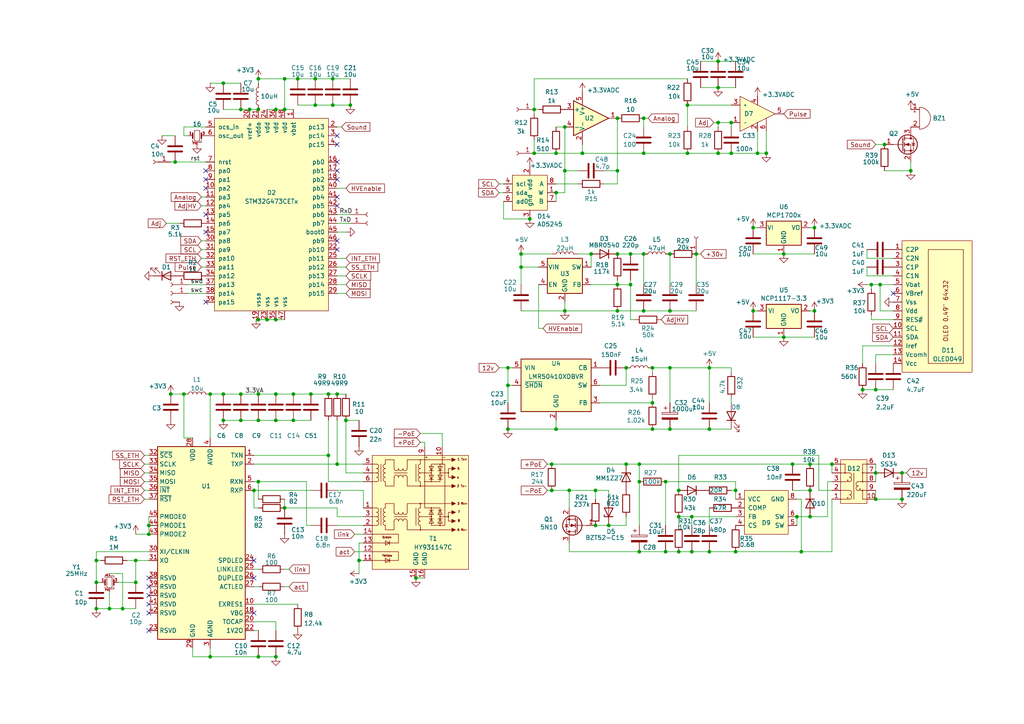
<source format=kicad_sch>
(kicad_sch (version 20250114) (generator "eeschema") (generator_version "9.0")
  (paper "A4")
  (junction (at 208.28 44.45))
  (junction (at 60.96 190.5))
  (junction (at 60.96 114.3))
  (junction (at 179.07 82.55))
  (junction (at 172.72 142.24))
  (junction (at 193.04 160.02))
  (junction (at 72.39 31.75))
  (junction (at 261.62 137.16))
  (junction (at 151.13 77.47))
  (junction (at 43.18 154.94))
  (junction (at 218.44 90.17))
  (junction (at 213.36 142.24))
  (junction (at 205.74 124.46))
  (junction (at 96.52 30.48))
  (junction (at 91.44 30.48))
  (junction (at 95.25 114.3))
  (junction (at 185.42 160.02))
  (junction (at 163.83 49.53))
  (junction (at 254 144.78))
  (junction (at 222.25 44.45))
  (junction (at 100.33 121.92))
  (junction (at 179.07 90.17))
  (junction (at 205.74 160.02))
  (junction (at 74.93 190.5))
  (junction (at 160.02 142.24))
  (junction (at 74.93 121.92))
  (junction (at 96.52 22.86))
  (junction (at 236.22 66.04))
  (junction (at 199.39 44.45))
  (junction (at 185.42 139.7))
  (junction (at 234.95 142.24))
  (junction (at 80.01 114.3))
  (junction (at 161.29 55.88))
  (junction (at 161.29 124.46))
  (junction (at 69.85 31.75))
  (junction (at 196.85 142.24))
  (junction (at 160.02 134.62))
  (junction (at 74.93 31.75))
  (junction (at 229.87 134.62))
  (junction (at 171.45 73.66))
  (junction (at 147.32 111.76))
  (junction (at 85.09 114.3))
  (junction (at 147.32 106.68))
  (junction (at 80.01 31.75))
  (junction (at 193.04 139.7))
  (junction (at 154.94 44.45))
  (junction (at 53.34 114.3))
  (junction (at 35.56 176.53))
  (junction (at 82.55 147.32))
  (junction (at 97.79 134.62))
  (junction (at 165.1 142.24))
  (junction (at 80.01 92.71))
  (junction (at 232.41 160.02))
  (junction (at 179.07 73.66))
  (junction (at 194.31 90.17))
  (junction (at 69.85 114.3))
  (junction (at 196.85 149.86))
  (junction (at 64.77 121.92))
  (junction (at 254 137.16))
  (junction (at 69.85 121.92))
  (junction (at 31.75 176.53))
  (junction (at 194.31 124.46))
  (junction (at 182.88 73.66))
  (junction (at 199.39 30.48))
  (junction (at 186.69 73.66))
  (junction (at 77.47 92.71))
  (junction (at 186.69 90.17))
  (junction (at 74.93 139.7))
  (junction (at 154.94 31.75))
  (junction (at 74.93 114.3))
  (junction (at 49.53 114.3))
  (junction (at 227.33 97.79))
  (junction (at 236.22 90.17))
  (junction (at 196.85 160.02))
  (junction (at 64.77 24.13))
  (junction (at 241.3 134.62))
  (junction (at 185.42 134.62))
  (junction (at 80.01 121.92))
  (junction (at 176.53 152.4))
  (junction (at 227.33 73.66))
  (junction (at 208.28 25.4))
  (junction (at 212.09 44.45))
  (junction (at 80.01 190.5))
  (junction (at 189.23 106.68))
  (junction (at 250.19 113.03))
  (junction (at 252.73 82.55))
  (junction (at 120.65 167.64))
  (junction (at 74.93 92.71))
  (junction (at 90.17 114.3))
  (junction (at 163.83 90.17))
  (junction (at 186.69 44.45))
  (junction (at 234.95 134.62))
  (junction (at 234.95 149.86))
  (junction (at 218.44 66.04))
  (junction (at 168.91 44.45))
  (junction (at 181.61 106.68))
  (junction (at 43.18 152.4))
  (junction (at 189.23 124.46))
  (junction (at 151.13 73.66))
  (junction (at 194.31 106.68))
  (junction (at 73.66 142.24))
  (junction (at 74.93 22.86))
  (junction (at 101.6 30.48))
  (junction (at 208.28 35.56))
  (junction (at 50.8 46.99))
  (junction (at 27.94 162.56))
  (junction (at 82.55 22.86))
  (junction (at 256.54 41.91))
  (junction (at 86.36 22.86))
  (junction (at 85.09 121.92))
  (junction (at 153.67 63.5))
  (junction (at 205.74 106.68))
  (junction (at 161.29 44.45))
  (junction (at 104.14 162.56))
  (junction (at 231.14 149.86))
  (junction (at 95.25 132.08))
  (junction (at 163.83 36.83))
  (junction (at 200.66 160.02))
  (junction (at 181.61 134.62))
  (junction (at 219.71 44.45))
  (junction (at 212.09 35.56))
  (junction (at 91.44 22.86))
  (junction (at 194.31 73.66))
  (junction (at 255.27 82.55))
  (junction (at 261.62 144.78))
  (junction (at 182.88 82.55))
  (junction (at 82.55 31.75))
  (junction (at 186.69 34.29))
  (junction (at 200.66 149.86))
  (junction (at 179.07 34.29))
  (junction (at 201.93 73.66))
  (junction (at 27.94 176.53))
  (junction (at 39.37 162.56))
  (junction (at 213.36 160.02))
  (junction (at 179.07 49.53))
  (junction (at 264.16 49.53))
  (junction (at 27.94 168.91))
  (junction (at 172.72 152.4))
  (junction (at 189.23 116.84))
  (junction (at 97.79 114.3))
  (junction (at 254 113.03))
  (junction (at 147.32 124.46))
  (junction (at 208.28 17.78))
  (junction (at 64.77 114.3))
  (junction (at 39.37 168.91))
  (no_connect (at 97.79 59.69))
  (no_connect (at 59.69 87.63))
  (no_connect (at 59.69 54.61))
  (no_connect (at 43.18 172.72))
  (no_connect (at 73.66 177.8))
  (no_connect (at 97.79 46.99))
  (no_connect (at 73.66 162.56))
  (no_connect (at 97.79 69.85))
  (no_connect (at 43.18 182.88))
  (no_connect (at 259.08 85.09))
  (no_connect (at 73.66 167.64))
  (no_connect (at 59.69 62.23))
  (no_connect (at 97.79 41.91))
  (no_connect (at 43.18 177.8))
  (no_connect (at 59.69 49.53))
  (no_connect (at 97.79 57.15))
  (no_connect (at 59.69 67.31))
  (no_connect (at 43.18 175.26))
  (no_connect (at 97.79 72.39))
  (no_connect (at 43.18 167.64))
  (no_connect (at 43.18 170.18))
  (no_connect (at 59.69 52.07))
  (no_connect (at 97.79 52.07))
  (no_connect (at 97.79 49.53))
  (no_connect (at 97.79 39.37))
  (wire (pts (xy 95.25 114.3) (xy 97.79 114.3)))
  (wire (pts (xy 73.66 180.34) (xy 80.01 180.34)))
  (wire (pts (xy 73.66 132.08) (xy 95.25 132.08)))
  (wire (pts (xy 97.79 152.4) (xy 105.41 152.4)))
  (wire (pts (xy 97.79 80.01) (xy 100.33 80.01)))
  (wire (pts (xy 60.96 24.13) (xy 64.77 24.13)))
  (wire (pts (xy 196.85 160.02) (xy 200.66 160.02)))
  (wire (pts (xy 252.73 82.55) (xy 252.73 83.82)))
  (wire (pts (xy 222.25 44.45) (xy 219.71 44.45)))
  (wire (pts (xy 147.32 124.46) (xy 161.29 124.46)))
  (wire (pts (xy 64.77 114.3) (xy 69.85 114.3)))
  (wire (pts (xy 147.32 111.76) (xy 148.59 111.76)))
  (wire (pts (xy 264.16 49.53) (xy 264.16 46.99)))
  (wire (pts (xy 82.55 31.75) (xy 85.09 31.75)))
  (wire (pts (xy 241.3 144.78) (xy 241.3 160.02)))
  (wire (pts (xy 31.75 176.53) (xy 35.56 176.53)))
  (wire (pts (xy 97.79 67.31) (xy 100.33 67.31)))
  (wire (pts (xy 69.85 114.3) (xy 74.93 114.3)))
  (wire (pts (xy 213.36 160.02) (xy 232.41 160.02)))
  (wire (pts (xy 194.31 106.68) (xy 205.74 106.68)))
  (wire (pts (xy 105.41 139.7) (xy 95.25 139.7)))
  (wire (pts (xy 60.96 187.96) (xy 60.96 190.5)))
  (wire (pts (xy 179.07 82.55) (xy 171.45 82.55)))
  (wire (pts (xy 212.09 142.24) (xy 213.36 142.24)))
  (wire (pts (xy 179.07 73.66) (xy 182.88 73.66)))
  (wire (pts (xy 100.33 121.92) (xy 104.14 121.92)))
  (wire (pts (xy 46.99 39.37) (xy 50.8 39.37)))
  (wire (pts (xy 254 102.87) (xy 254 105.41)))
  (wire (pts (xy 73.66 175.26) (xy 86.36 175.26)))
  (wire (pts (xy 205.74 124.46) (xy 212.09 124.46)))
  (wire (pts (xy 73.66 134.62) (xy 97.79 134.62)))
  (wire (pts (xy 123.19 129.54) (xy 123.19 128.27)))
  (wire (pts (xy 96.52 30.48) (xy 101.6 30.48)))
  (wire (pts (xy 58.42 59.69) (xy 59.69 59.69)))
  (wire (pts (xy 163.83 87.63) (xy 163.83 90.17)))
  (wire (pts (xy 86.36 30.48) (xy 91.44 30.48)))
  (wire (pts (xy 41.91 144.78) (xy 43.18 144.78)))
  (wire (pts (xy 205.74 147.32) (xy 205.74 152.4)))
  (wire (pts (xy 171.45 73.66) (xy 167.64 73.66)))
  (wire (pts (xy 255.27 90.17) (xy 259.08 90.17)))
  (wire (pts (xy 73.66 182.88) (xy 74.93 182.88)))
  (wire (pts (xy 163.83 49.53) (xy 167.64 49.53)))
  (wire (pts (xy 80.01 190.5) (xy 74.93 190.5)))
  (wire (pts (xy 97.79 54.61) (xy 100.33 54.61)))
  (wire (pts (xy 172.72 144.78) (xy 172.72 142.24)))
  (wire (pts (xy 156.21 95.25) (xy 157.48 95.25)))
  (wire (pts (xy 181.61 111.76) (xy 181.61 106.68)))
  (wire (pts (xy 27.94 160.02) (xy 43.18 160.02)))
  (wire (pts (xy 186.69 44.45) (xy 199.39 44.45)))
  (wire (pts (xy 218.44 73.66) (xy 227.33 73.66)))
  (wire (pts (xy 64.77 31.75) (xy 69.85 31.75)))
  (wire (pts (xy 158.75 134.62) (xy 160.02 134.62)))
  (wire (pts (xy 250.19 100.33) (xy 250.19 105.41)))
  (wire (pts (xy 229.87 142.24) (xy 234.95 142.24)))
  (wire (pts (xy 163.83 55.88) (xy 161.29 55.88)))
  (wire (pts (xy 199.39 44.45) (xy 208.28 44.45)))
  (wire (pts (xy 49.53 46.99) (xy 50.8 46.99)))
  (wire (pts (xy 41.91 134.62) (xy 43.18 134.62)))
  (wire (pts (xy 31.75 166.37) (xy 35.56 166.37)))
  (wire (pts (xy 82.55 22.86) (xy 86.36 22.86)))
  (wire (pts (xy 55.88 190.5) (xy 55.88 187.96)))
  (wire (pts (xy 59.69 36.83) (xy 53.34 36.83)))
  (wire (pts (xy 208.28 17.78) (xy 213.36 17.78)))
  (wire (pts (xy 240.03 139.7) (xy 240.03 149.86)))
  (wire (pts (xy 208.28 35.56) (xy 212.09 35.56)))
  (wire (pts (xy 218.44 97.79) (xy 227.33 97.79)))
  (wire (pts (xy 77.47 31.75) (xy 80.01 31.75)))
  (wire (pts (xy 97.79 77.47) (xy 100.33 77.47)))
  (wire (pts (xy 252.73 82.55) (xy 255.27 82.55)))
  (wire (pts (xy 85.09 121.92) (xy 90.17 121.92)))
  (wire (pts (xy 82.55 144.78) (xy 82.55 147.32)))
  (wire (pts (xy 74.93 139.7) (xy 88.9 139.7)))
  (wire (pts (xy 27.94 160.02) (xy 27.94 162.56)))
  (wire (pts (xy 261.62 137.16) (xy 262.89 137.16)))
  (wire (pts (xy 254 142.24) (xy 254 144.78)))
  (wire (pts (xy 151.13 90.17) (xy 163.83 90.17)))
  (wire (pts (xy 27.94 162.56) (xy 27.94 168.91)))
  (wire (pts (xy 120.65 167.64) (xy 123.19 167.64)))
  (wire (pts (xy 73.66 139.7) (xy 74.93 139.7)))
  (wire (pts (xy 251.46 74.93) (xy 251.46 72.39)))
  (wire (pts (xy 185.42 134.62) (xy 229.87 134.62)))
  (wire (pts (xy 151.13 77.47) (xy 156.21 77.47)))
  (wire (pts (xy 58.42 69.85) (xy 59.69 69.85)))
  (wire (pts (xy 161.29 121.92) (xy 161.29 124.46)))
  (wire (pts (xy 82.55 22.86) (xy 82.55 31.75)))
  (wire (pts (xy 182.88 73.66) (xy 186.69 73.66)))
  (wire (pts (xy 104.14 162.56) (xy 105.41 162.56)))
  (wire (pts (xy 254 41.91) (xy 256.54 41.91)))
  (wire (pts (xy 90.17 114.3) (xy 95.25 114.3)))
  (wire (pts (xy 97.79 121.92) (xy 97.79 134.62)))
  (wire (pts (xy 97.79 149.86) (xy 97.79 147.32)))
  (wire (pts (xy 58.42 74.93) (xy 59.69 74.93)))
  (wire (pts (xy 194.31 90.17) (xy 201.93 90.17)))
  (wire (pts (xy 72.39 31.75) (xy 74.93 31.75)))
  (wire (pts (xy 31.75 171.45) (xy 31.75 176.53)))
  (wire (pts (xy 80.01 121.92) (xy 85.09 121.92)))
  (wire (pts (xy 49.53 114.3) (xy 53.34 114.3)))
  (wire (pts (xy 254 113.03) (xy 259.08 113.03)))
  (wire (pts (xy 147.32 106.68) (xy 148.59 106.68)))
  (wire (pts (xy 74.93 114.3) (xy 80.01 114.3)))
  (wire (pts (xy 222.25 38.1) (xy 222.25 44.45)))
  (wire (pts (xy 163.83 36.83) (xy 163.83 49.53)))
  (wire (pts (xy 160.02 134.62) (xy 181.61 134.62)))
  (wire (pts (xy 39.37 162.56) (xy 39.37 168.91)))
  (wire (pts (xy 219.71 38.1) (xy 219.71 44.45)))
  (wire (pts (xy 64.77 121.92) (xy 69.85 121.92)))
  (wire (pts (xy 154.94 44.45) (xy 161.29 44.45)))
  (wire (pts (xy 97.79 114.3) (xy 100.33 114.3)))
  (wire (pts (xy 128.27 125.73) (xy 128.27 129.54)))
  (wire (pts (xy 199.39 30.48) (xy 212.09 30.48)))
  (wire (pts (xy 189.23 116.84) (xy 189.23 115.57)))
  (wire (pts (xy 121.92 125.73) (xy 128.27 125.73)))
  (wire (pts (xy 196.85 152.4) (xy 196.85 149.86)))
  (wire (pts (xy 179.07 49.53) (xy 179.07 34.29)))
  (wire (pts (xy 218.44 90.17) (xy 219.71 90.17)))
  (wire (pts (xy 232.41 160.02) (xy 241.3 160.02)))
  (wire (pts (xy 146.05 63.5) (xy 153.67 63.5)))
  (wire (pts (xy 73.66 170.18) (xy 74.93 170.18)))
  (wire (pts (xy 80.01 31.75) (xy 82.55 31.75)))
  (wire (pts (xy 100.33 137.16) (xy 105.41 137.16)))
  (wire (pts (xy 74.93 92.71) (xy 77.47 92.71)))
  (wire (pts (xy 35.56 166.37) (xy 35.56 176.53)))
  (wire (pts (xy 173.99 111.76) (xy 181.61 111.76)))
  (wire (pts (xy 151.13 77.47) (xy 151.13 73.66)))
  (wire (pts (xy 168.91 44.45) (xy 186.69 44.45)))
  (wire (pts (xy 193.04 160.02) (xy 196.85 160.02)))
  (wire (pts (xy 97.79 134.62) (xy 105.41 134.62)))
  (wire (pts (xy 196.85 149.86) (xy 200.66 149.86)))
  (wire (pts (xy 74.295 92.71) (xy 74.93 92.71)))
  (wire (pts (xy 250.19 113.03) (xy 254 113.03)))
  (wire (pts (xy 205.74 106.68) (xy 212.09 106.68)))
  (wire (pts (xy 39.37 154.94) (xy 43.18 154.94)))
  (wire (pts (xy 151.13 73.66) (xy 160.02 73.66)))
  (wire (pts (xy 154.94 31.75) (xy 154.94 33.02)))
  (wire (pts (xy 41.91 139.7) (xy 43.18 139.7)))
  (wire (pts (xy 256.54 49.53) (xy 264.16 49.53)))
  (wire (pts (xy 97.79 36.83) (xy 99.06 36.83)))
  (wire (pts (xy 82.55 147.32) (xy 97.79 147.32)))
  (wire (pts (xy 97.79 142.24) (xy 105.41 142.24)))
  (wire (pts (xy 259.08 100.33) (xy 250.19 100.33)))
  (wire (pts (xy 161.29 44.45) (xy 168.91 44.45)))
  (wire (pts (xy 73.66 165.1) (xy 74.93 165.1)))
  (wire (pts (xy 91.44 22.86) (xy 96.52 22.86)))
  (wire (pts (xy 203.2 25.4) (xy 208.28 25.4)))
  (wire (pts (xy 251.46 82.55) (xy 252.73 82.55)))
  (wire (pts (xy 77.47 92.71) (xy 80.01 92.71)))
  (wire (pts (xy 64.77 24.13) (xy 69.85 24.13)))
  (wire (pts (xy 73.66 142.24) (xy 90.17 142.24)))
  (wire (pts (xy 104.14 166.37) (xy 104.14 162.56)))
  (wire (pts (xy 161.29 55.88) (xy 161.29 58.42)))
  (wire (pts (xy 208.28 25.4) (xy 213.36 25.4)))
  (wire (pts (xy 41.91 142.24) (xy 43.18 142.24)))
  (wire (pts (xy 74.93 121.92) (xy 80.01 121.92)))
  (wire (pts (xy 144.78 106.68) (xy 147.32 106.68)))
  (wire (pts (xy 73.66 147.32) (xy 73.66 142.24)))
  (wire (pts (xy 53.34 36.83) (xy 53.34 39.37)))
  (wire (pts (xy 241.3 134.62) (xy 241.3 137.16)))
  (wire (pts (xy 186.69 90.17) (xy 194.31 90.17)))
  (wire (pts (xy 100.33 121.92) (xy 100.33 137.16)))
  (wire (pts (xy 53.34 114.3) (xy 53.34 127)))
  (wire (pts (xy 88.9 152.4) (xy 90.17 152.4)))
  (wire (pts (xy 212.09 115.57) (xy 212.09 116.84)))
  (wire (pts (xy 186.69 34.29) (xy 186.69 36.83)))
  (wire (pts (xy 205.74 160.02) (xy 213.36 160.02)))
  (wire (pts (xy 227.33 97.79) (xy 236.22 97.79)))
  (wire (pts (xy 53.34 39.37) (xy 54.61 39.37)))
  (wire (pts (xy 212.09 35.56) (xy 212.09 36.83)))
  (wire (pts (xy 200.66 152.4) (xy 200.66 149.86)))
  (wire (pts (xy 50.8 46.99) (xy 59.69 46.99)))
  (wire (pts (xy 179.07 81.28) (xy 179.07 82.55)))
  (wire (pts (xy 74.93 190.5) (xy 60.96 190.5)))
  (wire (pts (xy 232.41 144.78) (xy 232.41 160.02)))
  (wire (pts (xy 105.41 142.24) (xy 105.41 147.32)))
  (wire (pts (xy 74.93 22.86) (xy 82.55 22.86)))
  (wire (pts (xy 165.1 160.02) (xy 185.42 160.02)))
  (wire (pts (xy 34.29 168.91) (xy 39.37 168.91)))
  (wire (pts (xy 154.94 22.86) (xy 199.39 22.86)))
  (wire (pts (xy 182.88 92.71) (xy 182.88 82.55)))
  (wire (pts (xy 231.14 144.78) (xy 232.41 144.78)))
  (wire (pts (xy 255.27 82.55) (xy 255.27 90.17)))
  (wire (pts (xy 58.42 57.15) (xy 59.69 57.15)))
  (wire (pts (xy 74.93 24.13) (xy 74.93 22.86)))
  (wire (pts (xy 213.36 139.7) (xy 213.36 142.24)))
  (wire (pts (xy 189.23 106.68) (xy 194.31 106.68)))
  (wire (pts (xy 41.91 132.08) (xy 43.18 132.08)))
  (wire (pts (xy 176.53 142.24) (xy 172.72 142.24)))
  (wire (pts (xy 95.25 139.7) (xy 95.25 132.08)))
  (wire (pts (xy 97.79 74.93) (xy 100.33 74.93)))
  (wire (pts (xy 175.26 49.53) (xy 179.07 49.53)))
  (wire (pts (xy 229.87 134.62) (xy 234.95 134.62)))
  (wire (pts (xy 252.73 91.44) (xy 252.73 92.71)))
  (wire (pts (xy 196.85 132.08) (xy 237.49 132.08)))
  (wire (pts (xy 82.55 170.18) (xy 83.82 170.18)))
  (wire (pts (xy 252.73 92.71) (xy 259.08 92.71)))
  (wire (pts (xy 60.96 190.5) (xy 55.88 190.5)))
  (wire (pts (xy 80.01 92.71) (xy 82.55 92.71)))
  (wire (pts (xy 97.79 62.23) (xy 101.6 62.23)))
  (wire (pts (xy 184.15 92.71) (xy 182.88 92.71)))
  (wire (pts (xy 213.36 142.24) (xy 213.36 144.78)))
  (wire (pts (xy 208.28 44.45) (xy 212.09 44.45)))
  (wire (pts (xy 237.49 142.24) (xy 241.3 142.24)))
  (wire (pts (xy 201.93 73.66) (xy 203.2 73.66)))
  (wire (pts (xy 97.79 64.77) (xy 101.6 64.77)))
  (wire (pts (xy 201.93 82.55) (xy 201.93 73.66)))
  (wire (pts (xy 168.91 41.91) (xy 168.91 44.45)))
  (wire (pts (xy 194.31 124.46) (xy 189.23 124.46)))
  (wire (pts (xy 212.09 107.95) (xy 212.09 106.68)))
  (wire (pts (xy 165.1 147.32) (xy 165.1 142.24)))
  (wire (pts (xy 176.53 144.78) (xy 176.53 142.24)))
  (wire (pts (xy 186.69 73.66) (xy 186.69 82.55)))
  (wire (pts (xy 96.52 22.86) (xy 101.6 22.86)))
  (wire (pts (xy 95.25 121.92) (xy 95.25 132.08)))
  (wire (pts (xy 193.04 139.7) (xy 213.36 139.7)))
  (wire (pts (xy 158.75 142.24) (xy 160.02 142.24)))
  (wire (pts (xy 234.95 149.86) (xy 240.03 149.86)))
  (wire (pts (xy 234.95 134.62) (xy 241.3 134.62)))
  (wire (pts (xy 146.05 58.42) (xy 146.05 63.5)))
  (wire (pts (xy 179.07 90.17) (xy 186.69 90.17)))
  (wire (pts (xy 147.32 116.84) (xy 147.32 111.76)))
  (wire (pts (xy 196.85 132.08) (xy 196.85 142.24)))
  (wire (pts (xy 237.49 132.08) (xy 237.49 142.24)))
  (wire (pts (xy 171.45 77.47) (xy 171.45 73.66)))
  (wire (pts (xy 194.31 106.68) (xy 194.31 116.84)))
  (wire (pts (xy 165.1 142.24) (xy 160.02 142.24)))
  (wire (pts (xy 193.04 139.7) (xy 193.04 152.4)))
  (wire (pts (xy 43.18 149.86) (xy 43.18 152.4)))
  (wire (pts (xy 231.14 149.86) (xy 234.95 149.86)))
  (wire (pts (xy 161.29 124.46) (xy 189.23 124.46)))
  (wire (pts (xy 144.78 53.34) (xy 146.05 53.34)))
  (wire (pts (xy 104.14 157.48) (xy 104.14 162.56)))
  (wire (pts (xy 85.09 114.3) (xy 90.17 114.3)))
  (wire (pts (xy 199.39 36.83) (xy 199.39 30.48)))
  (wire (pts (xy 54.61 85.09) (xy 59.69 85.09)))
  (wire (pts (xy 218.44 66.04) (xy 219.71 66.04)))
  (wire (pts (xy 123.19 128.27) (xy 121.92 128.27)))
  (wire (pts (xy 173.99 116.84) (xy 189.23 116.84)))
  (wire (pts (xy 186.69 34.29) (xy 187.96 34.29)))
  (wire (pts (xy 60.96 114.3) (xy 64.77 114.3)))
  (wire (pts (xy 207.01 35.56) (xy 208.28 35.56)))
  (wire (pts (xy 58.42 77.47) (xy 59.69 77.47)))
  (wire (pts (xy 259.08 102.87) (xy 254 102.87)))
  (wire (pts (xy 105.41 157.48) (xy 104.14 157.48)))
  (wire (pts (xy 151.13 77.47) (xy 151.13 82.55)))
  (wire (pts (xy 48.26 64.77) (xy 52.07 64.77)))
  (wire (pts (xy 27.94 168.91) (xy 29.21 168.91)))
  (wire (pts (xy 161.29 53.34) (xy 167.64 53.34)))
  (wire (pts (xy 200.66 160.02) (xy 205.74 160.02)))
  (wire (pts (xy 102.87 154.94) (xy 105.41 154.94)))
  (wire (pts (xy 205.74 106.68) (xy 205.74 116.84)))
  (wire (pts (xy 259.08 82.55) (xy 255.27 82.55)))
  (wire (pts (xy 27.94 162.56) (xy 29.21 162.56)))
  (wire (pts (xy 254 134.62) (xy 254 137.16)))
  (wire (pts (xy 74.93 147.32) (xy 73.66 147.32)))
  (wire (pts (xy 227.33 73.66) (xy 236.22 73.66)))
  (wire (pts (xy 27.94 176.53) (xy 31.75 176.53)))
  (wire (pts (xy 185.42 139.7) (xy 185.42 134.62)))
  (wire (pts (xy 163.83 90.17) (xy 179.07 90.17)))
  (wire (pts (xy 80.01 114.3) (xy 85.09 114.3)))
  (wire (pts (xy 39.37 162.56) (xy 43.18 162.56)))
  (wire (pts (xy 154.94 40.64) (xy 154.94 44.45)))
  (wire (pts (xy 165.1 157.48) (xy 165.1 160.02)))
  (wire (pts (xy 69.85 121.92) (xy 74.93 121.92)))
  (wire (pts (xy 144.78 55.88) (xy 146.05 55.88)))
  (wire (pts (xy 54.61 82.55) (xy 59.69 82.55)))
  (wire (pts (xy 58.42 72.39) (xy 59.69 72.39)))
  (wire (pts (xy 203.2 17.78) (xy 208.28 17.78)))
  (wire (pts (xy 172.72 142.24) (xy 165.1 142.24)))
  (wire (pts (xy 80.01 180.34) (xy 80.01 182.88)))
  (wire (pts (xy 60.96 114.3) (xy 60.96 127)))
  (wire (pts (xy 254 137.16) (xy 254 139.7)))
  (wire (pts (xy 163.83 49.53) (xy 163.83 55.88)))
  (wire (pts (xy 154.94 22.86) (xy 154.94 31.75)))
  (wire (pts (xy 194.31 124.46) (xy 205.74 124.46)))
  (wire (pts (xy 86.36 22.86) (xy 91.44 22.86)))
  (wire (pts (xy 172.72 152.4) (xy 176.53 152.4)))
  (wire (pts (xy 185.42 152.4) (xy 185.42 139.7)))
  (wire (pts (xy 251.46 80.01) (xy 251.46 77.47)))
  (wire (pts (xy 156.21 82.55) (xy 156.21 95.25)))
  (wire (pts (xy 82.55 165.1) (xy 83.82 165.1)))
  (wire (pts (xy 36.83 162.56) (xy 39.37 162.56)))
  (wire (pts (xy 154.94 31.75) (xy 156.21 31.75)))
  (wire (pts (xy 254 144.78) (xy 261.62 144.78)))
  (wire (pts (xy 231.14 149.86) (xy 231.14 152.4)))
  (wire (pts (xy 97.79 85.09) (xy 100.33 85.09)))
  (wire (pts (xy 179.07 53.34) (xy 179.07 49.53)))
  (wire (pts (xy 259.08 74.93) (xy 251.46 74.93)))
  (wire (pts (xy 182.88 81.28) (xy 182.88 82.55)))
  (wire (pts (xy 185.42 160.02) (xy 193.04 160.02)))
  (wire (pts (xy 200.66 149.86) (xy 213.36 149.86)))
  (wire (pts (xy 234.95 66.04) (xy 236.22 66.04)))
  (wire (pts (xy 69.85 31.75) (xy 72.39 31.75)))
  (wire (pts (xy 74.93 139.7) (xy 74.93 144.78)))
  (wire (pts (xy 240.03 139.7) (xy 241.3 139.7)))
  (wire (pts (xy 194.31 73.66) (xy 194.31 82.55)))
  (wire (pts (xy 55.88 127) (xy 53.34 127)))
  (wire (pts (xy 259.08 80.01) (xy 251.46 80.01)))
  (wire (pts (xy 147.32 111.76) (xy 147.32 106.68)))
  (wire (pts (xy 97.79 82.55) (xy 100.33 82.55)))
  (wire (pts (xy 181.61 134.62) (xy 185.42 134.62)))
  (wire (pts (xy 234.95 90.17) (xy 236.22 90.17)))
  (wire (pts (xy 175.26 53.34) (xy 179.07 53.34)))
  (wire (pts (xy 105.41 149.86) (xy 97.79 149.86)))
  (wire (pts (xy 181.61 149.86) (xy 181.61 152.4)))
  (wire (pts (xy 88.9 152.4) (xy 88.9 139.7)))
  (wire (pts (xy 102.87 160.02) (xy 105.41 160.02)))
  (wire (pts (xy 208.28 35.56) (xy 208.28 36.83)))
  (wire (pts (xy 161.29 36.83) (xy 163.83 36.83)))
  (wire (pts (xy 91.44 30.48) (xy 96.52 30.48)))
  (wire (pts (xy 35.56 176.53) (xy 39.37 176.53)))
  (wire (pts (xy 212.09 44.45) (xy 219.71 44.45)))
  (wire (pts (xy 189.23 106.68) (xy 189.23 107.95)))
  (wire (pts (xy 43.18 152.4) (xy 43.18 154.94)))
  (wire (pts (xy 181.61 152.4) (xy 176.53 152.4)))
  (wire (pts (xy 41.91 137.16) (xy 43.18 137.16)))
  (wire (pts (xy 182.88 82.55) (xy 179.07 82.55)))
  (label "RxD" (at 98.425 62.23 0))
  (label "3.3VA" (at 71.12 114.3 0))
  (label "TxD" (at 98.425 64.77 0))
  (label "rst" (at 55.245 46.99 0))
  (label "swc" (at 55.245 85.09 0))
  (label "swd" (at 55.245 82.55 0))
  (global_label "Adj" (shape input) (at 207.01 35.56 180) (property "Intersheetrefs" "${INTERSHEET_REFS}" (effects (hide yes))))
  (global_label "SDA" (shape input) (at 144.78 55.88 180) (property "Intersheetrefs" "${INTERSHEET_REFS}" (effects (hide yes))))
  (global_label "Adj" (shape input) (at 48.26 64.77 180) (property "Intersheetrefs" "${INTERSHEET_REFS}" (effects (hide yes))))
  (global_label "RST_ETH" (shape input) (at 58.42 74.93 180) (property "Intersheetrefs" "${INTERSHEET_REFS}" (effects (hide yes))))
  (global_label "Sound" (shape input) (at 254 41.91 180) (property "Intersheetrefs" "${INTERSHEET_REFS}" (effects (hide yes))))
  (global_label "MOSI" (shape input) (at 100.33 85.09 0) (property "Intersheetrefs" "${INTERSHEET_REFS}" (effects (hide yes))))
  (global_label "HVEnable" (shape input) (at 157.48 95.25 0) (property "Intersheetrefs" "${INTERSHEET_REFS}" (effects (hide yes))))
  (global_label "RST_ETH" (shape input) (at 41.91 144.78 180) (property "Intersheetrefs" "${INTERSHEET_REFS}" (effects (hide yes))))
  (global_label "SS_ETH" (shape input) (at 41.91 132.08 180) (property "Intersheetrefs" "${INTERSHEET_REFS}" (effects (hide yes))))
  (global_label "act" (shape input) (at 102.87 160.02 180) (property "Intersheetrefs" "${INTERSHEET_REFS}" (effects (hide yes))))
  (global_label "SCL" (shape input) (at 144.78 53.34 180) (property "Intersheetrefs" "${INTERSHEET_REFS}" (effects (hide yes))))
  (global_label "-PoE" (shape input) (at 158.75 142.24 180) (property "Intersheetrefs" "${INTERSHEET_REFS}" (effects (hide yes))))
  (global_label "INT_ETH" (shape input) (at 100.33 74.93 0) (property "Intersheetrefs" "${INTERSHEET_REFS}" (effects (hide yes))))
  (global_label "MISO" (shape input) (at 41.91 137.16 180) (property "Intersheetrefs" "${INTERSHEET_REFS}" (effects (hide yes))))
  (global_label "SCL" (shape input) (at 259.08 95.25 180) (property "Intersheetrefs" "${INTERSHEET_REFS}" (effects (hide yes))))
  (global_label "SS_ETH" (shape input) (at 100.33 77.47 0) (property "Intersheetrefs" "${INTERSHEET_REFS}" (effects (hide yes))))
  (global_label "Pulse" (shape input) (at 58.42 77.47 180) (property "Intersheetrefs" "${INTERSHEET_REFS}" (effects (hide yes))))
  (global_label "AdjHV" (shape input) (at 58.42 59.69 180) (property "Intersheetrefs" "${INTERSHEET_REFS}" (effects (hide yes))))
  (global_label "MOSI" (shape input) (at 41.91 139.7 180) (property "Intersheetrefs" "${INTERSHEET_REFS}" (effects (hide yes))))
  (global_label "act" (shape input) (at 83.82 170.18 0) (property "Intersheetrefs" "${INTERSHEET_REFS}" (effects (hide yes))))
  (global_label "SDA" (shape input) (at 259.08 97.79 180) (property "Intersheetrefs" "${INTERSHEET_REFS}" (effects (hide yes))))
  (global_label "Analog" (shape input) (at 58.42 57.15 180) (property "Intersheetrefs" "${INTERSHEET_REFS}" (effects (hide yes))))
  (global_label "12v" (shape input) (at 262.89 137.16 0) (property "Intersheetrefs" "${INTERSHEET_REFS}" (effects (hide yes))))
  (global_label "-PoE" (shape input) (at 121.92 125.73 180) (property "Intersheetrefs" "${INTERSHEET_REFS}" (effects (hide yes))))
  (global_label "link" (shape input) (at 83.82 165.1 0) (property "Intersheetrefs" "${INTERSHEET_REFS}" (effects (hide yes))))
  (global_label "SDA" (shape input) (at 58.42 69.85 180) (property "Intersheetrefs" "${INTERSHEET_REFS}" (effects (hide yes))))
  (global_label "+PoE" (shape input) (at 121.92 128.27 180) (property "Intersheetrefs" "${INTERSHEET_REFS}" (effects (hide yes))))
  (global_label "12v" (shape input) (at 144.78 106.68 180) (property "Intersheetrefs" "${INTERSHEET_REFS}" (effects (hide yes))))
  (global_label "link" (shape input) (at 102.87 154.94 180) (property "Intersheetrefs" "${INTERSHEET_REFS}" (effects (hide yes))))
  (global_label "+30v" (shape input) (at 203.2 73.66 0) (property "Intersheetrefs" "${INTERSHEET_REFS}" (effects (hide yes))))
  (global_label "SCLK" (shape input) (at 41.91 134.62 180) (property "Intersheetrefs" "${INTERSHEET_REFS}" (effects (hide yes))))
  (global_label "MISO" (shape input) (at 100.33 82.55 0) (property "Intersheetrefs" "${INTERSHEET_REFS}" (effects (hide yes))))
  (global_label "Analog" (shape input) (at 187.96 34.29 0) (property "Intersheetrefs" "${INTERSHEET_REFS}" (effects (hide yes))))
  (global_label "INT_ETH" (shape input) (at 41.91 142.24 180) (property "Intersheetrefs" "${INTERSHEET_REFS}" (effects (hide yes))))
  (global_label "AdjHV" (shape input) (at 191.77 92.71 0) (property "Intersheetrefs" "${INTERSHEET_REFS}" (effects (hide yes))))
  (global_label "Pulse" (shape input) (at 227.33 33.02 0) (property "Intersheetrefs" "${INTERSHEET_REFS}" (effects (hide yes))))
  (global_label "HVEnable" (shape input) (at 100.33 54.61 0) (property "Intersheetrefs" "${INTERSHEET_REFS}" (effects (hide yes))))
  (global_label "+PoE" (shape input) (at 158.75 134.62 180) (property "Intersheetrefs" "${INTERSHEET_REFS}" (effects (hide yes))))
  (global_label "Sound" (shape input) (at 99.06 36.83 0) (property "Intersheetrefs" "${INTERSHEET_REFS}" (effects (hide yes))))
  (global_label "SCL" (shape input) (at 58.42 72.39 180) (property "Intersheetrefs" "${INTERSHEET_REFS}" (effects (hide yes))))
  (global_label "SCLK" (shape input) (at 100.33 80.01 0) (property "Intersheetrefs" "${INTERSHEET_REFS}" (effects (hide yes))))
  (symbol (lib_id "Device:Q_NMOS_GSD") (at 167.64 152.4 180) (unit 1)
    (property "Reference" "Q1" (at 160.528 150.622 0) (effects (justify left)))
    (property "Value" "5N10" (at 161.798 152.908 0) (effects (justify left)))
    (property "Footprint" "Package_TO_SOT_SMD:SOT-23" (effects (hide yes)))
  )
  (symbol (lib_id "Device:R") (at 181.61 146.05 180) (unit 1)
    (property "Reference" "R20" (at 175.768 146.05 0) (effects (justify right)))
    (property "Value" "51k" (at 176.022 144.272 0) (effects (justify right)))
    (property "Footprint" "Resistor_SMD:R_0603_1608Metric" (effects (hide yes)))
  )
  (symbol (lib_id "Device:R") (at 172.72 148.59 0) (unit 1)
    (property "Reference" "R21" (at 170.688 144.272 0) (effects (justify right)))
    (property "Value" "237k" (at 171.196 146.304 0) (effects (justify right)))
    (property "Footprint" "Resistor_SMD:R_0603_1608Metric" (effects (hide yes)))
  )
  (symbol (lib_id "Device:R") (at 160.02 138.43 0) (unit 1)
    (property "Reference" "R17" (at 157.734 137.668 0) (effects (justify right)))
    (property "Value" "24k" (at 157.734 139.7 0) (effects (justify right)))
    (property "Footprint" "Resistor_SMD:R_0603_1608Metric" (effects (hide yes)))
  )
  (symbol (lib_id "Device:D_Zener") (at 181.61 138.43 270) (unit 1)
    (property "Reference" "D4" (at 175.768 136.398 90) (effects (justify left)))
    (property "Value" "MM1Z27" (at 172.72 138.684 90) (effects (justify left)))
    (property "Footprint" "Diode_SMD:D_SOD-123" (effects (hide yes)))
  )
  (symbol (lib_id "Device:D_Zener") (at 176.53 148.59 90) (unit 1)
    (property "Reference" "D5" (at 178.562 154.178 90) (effects (justify left)))
    (property "Value" "BZT52-C15" (at 181.102 155.956 90) (effects (justify left)))
    (property "Footprint" "Diode_SMD:D_SOD-123" (effects (hide yes)))
  )
  (symbol (lib_id "Device:CP") (at 185.42 156.21 0) (unit 1)
    (property "Reference" "C28" (at 186.436 158.75 0) (effects (justify left)))
    (property "Value" "22uF/63v" (effects (hide yes)))
    (property "Footprint" "Capacitor_SMD:CP_Elec_6.3x7.7" (effects (hide yes)))
  )
  (symbol (lib_id "Device:R") (at 212.09 111.76 180) (unit 1)
    (property "Reference" "R32" (at 214.63 113.03 90) (effects (justify right)))
    (property "Value" "4.7k" (at 209.55 114.3 90) (effects (justify right)))
    (property "Footprint" "Resistor_SMD:R_0603_1608Metric" (effects (hide yes)))
  )
  (symbol (lib_id "Device:LED") (at 212.09 120.65 90) (unit 1)
    (property "Reference" "D8" (at 212.09 118.11 90) (effects (justify right)))
    (property "Value" "LED" (effects (hide yes)))
    (property "Footprint" "LED_SMD:LED_0603_1608Metric" (effects (hide yes)))
  )
  (symbol (lib_id "Device:C") (at 200.66 156.21 0) (unit 1)
    (property "Reference" "C36" (at 200.914 151.638 0) (effects (justify left)))
    (property "Value" "28p" (at 200.914 153.924 0) (effects (justify left)))
    (property "Footprint" "Capacitor_SMD:C_0603_1608Metric" (effects (hide yes)))
  )
  (symbol (lib_id "Anemometr-rescue:T4932B-My_Library") (at 247.65 138.43 0) (mirror x) (unit 1)
    (property "Reference" "D12" (at 247.65 135.89 0))
    (property "Value" "?T4932B?" (effects (hide yes)))
    (property "Footprint" "lib:DA2257" (effects (hide yes)))
  )
  (symbol (lib_id "Device:CP") (at 261.62 140.97 0) (unit 1)
    (property "Reference" "C43" (at 264.16 140.97 0) (effects (justify left)))
    (property "Value" "220uF" (at 262.89 143.51 0) (effects (justify left)))
    (property "Footprint" "Capacitor_Tantalum_SMD:CP_EIA-7343-15_Kemet-W" (effects (hide yes)))
  )
  (symbol (lib_id "Anemometr-rescue:SD4932B-My_Library") (at 222.25 148.59 0) (unit 1)
    (property "Reference" "D9" (at 222.25 151.638 0))
    (property "Value" "?U6119SA?" (effects (hide yes)))
    (property "Footprint" "Package_SO:SOIC-8-N7_3.9x4.9mm_P1.27mm" (effects (hide yes)))
  )
  (symbol (lib_id "Device:R") (at 189.23 139.7 90) (unit 1)
    (property "Reference" "R27" (at 186.69 137.16 90) (effects (justify right)))
    (property "Value" "100k" (at 186.69 139.7 90) (effects (justify right)))
    (property "Footprint" "Resistor_SMD:R_0603_1608Metric" (effects (hide yes)))
  )
  (symbol (lib_id "Device:C") (at 193.04 156.21 0) (unit 1)
    (property "Reference" "C31" (at 188.214 152.4 0) (effects (justify left)))
    (property "Value" "10uF" (at 187.96 154.178 0) (effects (justify left)))
    (property "Footprint" "Capacitor_SMD:C_0805_2012Metric" (effects (hide yes)))
  )
  (symbol (lib_id "Device:D") (at 200.66 142.24 180) (unit 1)
    (property "Reference" "D6" (at 200.66 138.43 0))
    (property "Value" "F7" (effects (hide yes)))
    (property "Footprint" "Diode_SMD:D_SOD-123" (effects (hide yes)))
  )
  (symbol (lib_id "Device:R") (at 196.85 146.05 0) (unit 1)
    (property "Reference" "R30" (at 201.93 144.78 0) (effects (justify right)))
    (property "Value" "43k" (at 201.93 147.32 0) (effects (justify right)))
    (property "Footprint" "Resistor_SMD:R_0603_1608Metric" (effects (hide yes)))
  )
  (symbol (lib_id "Device:R") (at 196.85 156.21 0) (unit 1)
    (property "Reference" "R31" (at 200.66 151.13 0) (effects (justify right)))
    (property "Value" "10k" (at 200.406 152.908 0) (effects (justify right)))
    (property "Footprint" "Resistor_SMD:R_0603_1608Metric" (effects (hide yes)))
  )
  (symbol (lib_id "Device:R") (at 209.55 147.32 270) (unit 1)
    (property "Reference" "R34" (at 210.82 144.78 90) (effects (justify right)))
    (property "Value" "47R" (at 210.82 147.32 90) (effects (justify right)))
    (property "Footprint" "Resistor_SMD:R_0603_1608Metric" (effects (hide yes)))
  )
  (symbol (lib_id "Device:C") (at 205.74 156.21 0) (unit 1)
    (property "Reference" "C37" (at 205.74 151.13 0) (effects (justify left)))
    (property "Value" "480p" (at 205.74 153.67 0) (effects (justify left)))
    (property "Footprint" "Capacitor_SMD:C_0603_1608Metric" (effects (hide yes)))
  )
  (symbol (lib_id "Device:R") (at 213.36 156.21 0) (unit 1)
    (property "Reference" "R35" (at 218.44 156.21 0) (effects (justify right)))
    (property "Value" "0.68" (at 218.948 157.988 0) (effects (justify right)))
    (property "Footprint" "Resistor_SMD:R_0603_1608Metric" (effects (hide yes)))
  )
  (symbol (lib_id "Device:D") (at 234.95 146.05 270) (unit 1)
    (property "Reference" "D10" (at 237.49 146.05 90))
    (property "Value" "F7" (effects (hide yes)))
    (property "Footprint" "Diode_SMD:D_SOD-123" (effects (hide yes)))
  )
  (symbol (lib_id "Device:R") (at 234.95 138.43 0) (unit 1)
    (property "Reference" "R38" (at 236.728 131.064 0) (effects (justify right)))
    (property "Value" "10k" (at 236.474 133.35 0) (effects (justify right)))
    (property "Footprint" "Resistor_SMD:R_0603_1608Metric" (effects (hide yes)))
  )
  (symbol (lib_id "Device:C") (at 229.87 138.43 0) (unit 1)
    (property "Reference" "C38" (at 222.25 135.89 0) (effects (justify left)))
    (property "Value" "10nF" (at 222.25 138.43 0) (effects (justify left)))
    (property "Footprint" "Capacitor_SMD:C_0603_1608Metric" (effects (hide yes)))
  )
  (symbol (lib_id "Device:D") (at 257.81 137.16 180) (unit 1)
    (property "Reference" "D13" (at 257.81 132.08 0))
    (property "Value" "SS34" (at 257.81 134.62 0))
    (property "Footprint" "Diode_SMD:D_SOD-123" (effects (hide yes)))
  )
  (symbol (lib_id "Device:R") (at 208.28 142.24 90) (unit 1)
    (property "Reference" "R33" (at 207.01 138.43 90) (effects (justify right)))
    (property "Value" "20R" (at 205.74 142.24 90) (effects (justify right)))
    (property "Footprint" "Resistor_SMD:R_0603_1608Metric" (effects (hide yes)))
  )
  (symbol (lib_id "power:GND") (at 261.62 144.78 0) (unit 1)
    (property "Reference" "#PWR034" (effects (hide yes)))
    (property "Value" "GND" (effects (hide yes)))
  )
  (symbol (lib_id "power:GND") (at 147.32 124.46 0) (unit 1)
    (property "Reference" "#PWR021" (effects (hide yes)))
    (property "Value" "GND" (effects (hide yes)))
  )
  (symbol (lib_id "Device:C") (at 259.08 109.22 180) (unit 1)
    (property "Reference" "C42" (at 262.89 110.49 0) (effects (justify right)))
    (property "Value" "4.7uF" (at 262.89 113.03 0) (effects (justify right)))
    (property "Footprint" "Capacitor_SMD:C_0402_1005Metric" (effects (hide yes)))
  )
  (symbol (lib_id "power:GND") (at 250.19 113.03 0) (unit 1)
    (property "Reference" "#PWR029" (effects (hide yes)))
    (property "Value" "GND" (effects (hide yes)))
  )
  (symbol (lib_id "Device:C") (at 69.85 118.11 0) (unit 1)
    (property "Reference" "C8" (at 67.945 126.365 0) (effects (justify left)))
    (property "Value" "1u" (effects (hide yes)))
    (property "Footprint" "Capacitor_SMD:C_0603_1608Metric" (effects (hide yes)))
  )
  (symbol (lib_id "Device:C") (at 212.09 40.64 180) (unit 1)
    (property "Reference" "C33" (at 217.17 39.37 0))
    (property "Value" "100n" (at 215.9 43.18 0))
    (property "Footprint" "Capacitor_SMD:C_0603_1608Metric" (effects (hide yes)))
  )
  (symbol (lib_id "Device:C") (at 74.93 186.69 0) (unit 1)
    (property "Reference" "C10" (at 67.945 187.325 0) (effects (justify left)))
    (property "Value" "10n" (at 67.945 189.23 0) (effects (justify left)))
    (property "Footprint" "Capacitor_SMD:C_0402_1005Metric" (effects (hide yes)))
  )
  (symbol (lib_id "Device:R") (at 179.07 77.47 0) (unit 1)
    (property "Reference" "R18" (at 172.72 76.835 0) (effects (justify left)))
    (property "Value" "117k" (at 172.085 78.74 0) (effects (justify left)))
    (property "Footprint" "Resistor_SMD:R_0603_1608Metric" (effects (hide yes)))
  )
  (symbol (lib_id "My-Library:HY931147C") (at 118.11 147.32 0) (unit 1)
    (property "Reference" "T1" (at 124.46 156.21 0) (effects (justify left)))
    (property "Value" "HY931147C" (at 120.015 158.75 0) (effects (justify left)))
    (property "Footprint" "lib:HY931147C" (effects (hide yes)))
  )
  (symbol (lib_id "Device:R") (at 55.88 80.01 270) (unit 1)
    (property "Reference" "R2" (at 55.88 76.2 90))
    (property "Value" "1k" (at 55.88 78.105 90))
    (property "Footprint" "Resistor_SMD:R_0603_1608Metric" (effects (hide yes)))
  )
  (symbol (lib_id "Anemometer_200_G473-rescue:+3.3V-power") (at 251.46 82.55 90) (unit 1)
    (property "Reference" "#PWR030" (effects (hide yes)))
    (property "Value" "+3V3" (at 248.158 84.328 90))
  )
  (symbol (lib_id "power:GND") (at 208.28 25.4 0) (unit 1)
    (property "Reference" "#PWR025" (effects (hide yes)))
    (property "Value" "GND" (effects (hide yes)))
  )
  (symbol (lib_id "Device:C") (at 80.01 118.11 0) (unit 1)
    (property "Reference" "C11" (at 78.105 126.365 0) (effects (justify left)))
    (property "Value" "1u" (effects (hide yes)))
    (property "Footprint" "Capacitor_SMD:C_0603_1608Metric" (effects (hide yes)))
  )
  (symbol (lib_id "Device:C") (at 82.55 151.13 0) (unit 1)
    (property "Reference" "C13" (at 84.455 153.67 0) (effects (justify left)))
    (property "Value" "10n" (at 84.455 155.575 0) (effects (justify left)))
    (property "Footprint" "Capacitor_SMD:C_0402_1005Metric" (effects (hide yes)))
  )
  (symbol (lib_id "Device:C") (at 93.98 142.24 90) (unit 1)
    (property "Reference" "C17" (at 99.06 143.51 90) (effects (justify left)))
    (property "Value" "6.8n" (at 99.695 145.415 90) (effects (justify left)))
    (property "Footprint" "Capacitor_SMD:C_0402_1005Metric" (effects (hide yes)))
  )
  (symbol (lib_id "Anemometer_200_G473-rescue:+3.3V-power") (at 49.53 114.3 0) (unit 1)
    (property "Reference" "#PWR05" (effects (hide yes)))
    (property "Value" "+3V3" (at 45.72 112.014 0))
  )
  (symbol (lib_id "power:GND") (at 120.65 167.64 0) (unit 1)
    (property "Reference" "#PWR020" (effects (hide yes)))
    (property "Value" "GND" (effects (hide yes)))
  )
  (symbol (lib_id "Interface_Ethernet:W5500") (at 58.42 157.48 0) (unit 1)
    (property "Reference" "U1" (at 58.42 140.97 0) (effects (justify left)))
    (property "Value" "W5500" (effects (hide yes)))
    (property "Footprint" "Package_QFP:LQFP-48_7x7mm_P0.5mm" (effects (hide yes)))
    (property "Datasheet" "http://wizwiki.net/wiki/lib/exe/fetch.php/products:w5500:w5500_ds_v109e.pdf" (effects (hide yes)))
  )
  (symbol (lib_id "Device:R") (at 189.23 120.65 0) (unit 1)
    (property "Reference" "R26" (at 185.928 119.634 0) (effects (justify right)))
    (property "Value" "1.02k" (at 187.198 121.92 0) (effects (justify right)))
    (property "Footprint" "Resistor_SMD:R_0603_1608Metric" (effects (hide yes)))
  )
  (symbol (lib_id "power:GND") (at 82.55 154.94 0) (unit 1)
    (property "Reference" "#PWR014" (effects (hide yes)))
    (property "Value" "GND" (effects (hide yes)))
  )
  (symbol (lib_id "Device:C") (at 50.8 43.18 180) (unit 1)
    (property "Reference" "C4" (at 44.958 42.418 0))
    (property "Value" "10n" (at 45.72 44.704 0))
    (property "Footprint" "Capacitor_SMD:C_0603_1608Metric" (effects (hide yes)))
  )
  (symbol (lib_id "Device:R") (at 171.45 53.34 270) (unit 1)
    (property "Reference" "R15" (at 171.45 57.658 90))
    (property "Value" "1k" (at 171.45 55.626 90))
    (property "Footprint" "Resistor_SMD:R_0603_1608Metric" (effects (hide yes)))
  )
  (symbol (lib_id "power:GND") (at 64.77 121.92 0) (unit 1)
    (property "Reference" "#PWR010" (effects (hide yes)))
    (property "Value" "GND" (effects (hide yes)))
  )
  (symbol (lib_id "Device:R") (at 161.29 40.64 0) (unit 1)
    (property "Reference" "R14" (at 157.48 40.64 0))
    (property "Value" "510" (at 157.48 43.18 0))
    (property "Footprint" "Resistor_SMD:R_0603_1608Metric" (effects (hide yes)))
  )
  (symbol (lib_id "Device:C") (at 96.52 26.67 180) (unit 1)
    (property "Reference" "C19" (at 96.52 19.685 0))
    (property "Value" "10u" (at 96.52 21.59 0))
    (property "Footprint" "Capacitor_SMD:C_0603_1608Metric" (effects (hide yes)))
  )
  (symbol (lib_id "Regulator_Switching:LMR14206") (at 161.29 111.76 0) (unit 1)
    (property "Reference" "U4" (at 161.29 105.41 0))
    (property "Value" "LMR50410XDBVR" (at 161.29 109.22 0))
    (property "Footprint" "Package_TO_SOT_SMD:SOT-23-6" (effects (hide yes)))
    (property "Datasheet" "http://www.ti.com/lit/ds/symlink/lmr14206.pdf" (effects (hide yes)))
  )
  (symbol (lib_id "Device:C") (at 201.93 86.36 180) (unit 1)
    (property "Reference" "C35" (at 203.835 82.55 0))
    (property "Value" "20u" (at 203.835 84.455 0))
    (property "Footprint" "Capacitor_SMD:C_1206_3216Metric" (effects (hide yes)))
  )
  (symbol (lib_id "power:GND") (at 100.33 67.31 90) (unit 1)
    (property "Reference" "#PWR017" (effects (hide yes)))
    (property "Value" "GND" (effects (hide yes)))
  )
  (symbol (lib_id "Device:L") (at 163.83 73.66 90) (unit 1)
    (property "Reference" "L3" (at 163.83 69.4522 90))
    (property "Value" "22uH" (at 163.83 71.9891 90))
    (property "Footprint" "Inductor_SMD:L_1206_3216Metric_Pad1.42x1.75mm_HandSolder" (effects (hide yes)))
  )
  (symbol (lib_id "Device:R") (at 187.96 92.71 90) (unit 1)
    (property "Reference" "R24" (at 189.865 95.25 90) (effects (justify left)))
    (property "Value" "50k" (at 189.865 97.155 90) (effects (justify left)))
    (property "Footprint" "Resistor_SMD:R_0603_1608Metric" (effects (hide yes)))
  )
  (symbol (lib_id "Device:C") (at 147.32 120.65 0) (unit 1)
    (property "Reference" "C23" (at 142.24 114.3 0) (effects (justify left)))
    (property "Value" "10uF" (at 142.24 116.84 0) (effects (justify left)))
    (property "Footprint" "Capacitor_SMD:C_0805_2012Metric" (effects (hide yes)))
  )
  (symbol (lib_id "Device:C") (at 74.93 118.11 0) (unit 1)
    (property "Reference" "C9" (at 73.025 126.365 0) (effects (justify left)))
    (property "Value" "1u" (effects (hide yes)))
    (property "Footprint" "Capacitor_SMD:C_0603_1608Metric" (effects (hide yes)))
  )
  (symbol (lib_id "Device:R") (at 55.88 64.77 270) (unit 1)
    (property "Reference" "R3" (at 50.8 66.04 90))
    (property "Value" "5.1k" (at 50.8 67.945 90))
    (property "Footprint" "Resistor_SMD:R_0603_1608Metric" (effects (hide yes)))
  )
  (symbol (lib_id "Device:R") (at 199.39 26.67 0) (unit 1)
    (property "Reference" "R22" (at 195.326 25.4 0))
    (property "Value" "10k" (at 195.58 27.94 0))
    (property "Footprint" "Resistor_SMD:R_0603_1608Metric" (effects (hide yes)))
  )
  (symbol (lib_id "power:GND") (at 259.08 87.63 270) (unit 1)
    (property "Reference" "#PWR031" (effects (hide yes)))
    (property "Value" "GND" (effects (hide yes)))
  )
  (symbol (lib_id "Device:R") (at 97.79 118.11 0) (unit 1)
    (property "Reference" "R10" (at 96.52 109.22 0) (effects (justify left)))
    (property "Value" "49R9" (at 95.885 111.125 0) (effects (justify left)))
    (property "Footprint" "Resistor_SMD:R_0402_1005Metric" (effects (hide yes)))
  )
  (symbol (lib_id "Device:C") (at 49.53 118.11 0) (unit 1)
    (property "Reference" "C3" (at 44.069 118.364 0) (effects (justify left)))
    (property "Value" "1u" (effects (hide yes)))
    (property "Footprint" "Capacitor_SMD:C_0603_1608Metric" (effects (hide yes)))
  )
  (symbol (lib_id "Device:R") (at 86.36 179.07 0) (unit 1)
    (property "Reference" "R8" (at 88.138 178.2353 0) (effects (justify left)))
    (property "Value" "12.4k" (at 88.138 180.7722 0) (effects (justify left)))
    (property "Footprint" "Resistor_SMD:R_0402_1005Metric" (effects (hide yes)))
  )
  (symbol (lib_id "Device:C") (at 254 109.22 180) (unit 1)
    (property "Reference" "C39" (at 254 115.57 0) (effects (justify right)))
    (property "Value" "2.2uF" (at 254 118.11 0) (effects (justify right)))
    (property "Footprint" "Capacitor_SMD:C_0402_1005Metric" (effects (hide yes)))
  )
  (symbol (lib_id "Device:C") (at 93.98 152.4 90) (unit 1)
    (property "Reference" "C18" (at 95.25 156.21 90) (effects (justify left)))
    (property "Value" "6.8n" (at 95.885 158.115 90) (effects (justify left)))
    (property "Footprint" "Capacitor_SMD:C_0402_1005Metric" (effects (hide yes)))
  )
  (symbol (lib_id "Device:C") (at 177.8 106.68 90) (unit 1)
    (property "Reference" "C25" (at 179.07 100.33 90) (effects (justify left)))
    (property "Value" "150nF" (at 180.34 102.87 90) (effects (justify left)))
    (property "Footprint" "Capacitor_SMD:C_0603_1608Metric" (effects (hide yes)))
  )
  (symbol (lib_id "Device:R") (at 33.02 162.56 90) (unit 1)
    (property "Reference" "R1" (at 33.02 156.21 90))
    (property "Value" "1M" (at 33.02 158.75 90))
    (property "Footprint" "Resistor_SMD:R_0402_1005Metric" (effects (hide yes)))
  )
  (symbol (lib_id "Device:C") (at 186.69 86.36 180) (unit 1)
    (property "Reference" "C27" (at 188.595 82.55 0))
    (property "Value" "20u" (at 188.595 84.455 0))
    (property "Footprint" "Capacitor_SMD:C_1206_3216Metric" (effects (hide yes)))
  )
  (symbol (lib_id "Device:C") (at 255.27 77.47 270) (unit 1)
    (property "Reference" "C41" (at 248.92 71.12 90))
    (property "Value" "1uF" (at 248.92 78.74 90))
    (property "Footprint" "Capacitor_SMD:C_0402_1005Metric" (effects (hide yes)))
  )
  (symbol (lib_id "power:+3.3VADC") (at 153.67 48.26 0) (unit 1)
    (property "Reference" "#PWR035" (effects (hide yes)))
    (property "Value" "+3.3VADC" (at 158.496 48.006 0))
    (property "Description" "Power symbol creates a global label with name \"+3.3VADC\"" (effects (hide yes)))
  )
  (symbol (lib_id "Device:C") (at 80.01 186.69 0) (unit 1)
    (property "Reference" "C12" (at 83.185 187.325 0) (effects (justify left)))
    (property "Value" "4.7u" (at 83.185 189.23 0) (effects (justify left)))
    (property "Footprint" "Capacitor_SMD:C_0402_1005Metric" (effects (hide yes)))
  )
  (symbol (lib_id "Device:Q_NMOS_GSD") (at 261.62 41.91 0) (unit 1)
    (property "Reference" "Q2" (at 257.81 38.735 0) (effects (justify left)))
    (property "Value" "Q_NMOS_GSD" (effects (hide yes)))
    (property "Footprint" "Package_TO_SOT_SMD:SOT-23-3" (effects (hide yes)))
  )
  (symbol (lib_id "power:GND") (at 227.33 73.66 0) (unit 1)
    (property "Reference" "#PWR042" (effects (hide yes)))
    (property "Value" "GND" (effects (hide yes)))
  )
  (symbol (lib_id "My-Library:Conn") (at 49.53 87.63 180) (unit 1)
    (property "Reference" "J4" (effects (hide yes)))
    (property "Value" "Conn" (effects (hide yes)))
    (property "Footprint" "lib:ConnMini" (effects (hide yes)))
  )
  (symbol (lib_id "power:+3.3VADC") (at 168.91 26.67 0) (unit 1)
    (property "Reference" "#PWR027" (effects (hide yes)))
    (property "Value" "+3.3VADC" (at 175.006 26.162 0))
    (property "Description" "Power symbol creates a global label with name \"+3.3VADC\"" (effects (hide yes)))
  )
  (symbol (lib_id "Device:C") (at 69.85 27.94 180) (unit 1)
    (property "Reference" "C7" (at 71.882 24.13 0))
    (property "Value" "10u" (at 71.882 25.908 0))
    (property "Footprint" "Capacitor_SMD:C_0603_1608Metric" (effects (hide yes)))
  )
  (symbol (lib_id "Device:C") (at 86.36 26.67 180) (unit 1)
    (property "Reference" "C15" (at 86.36 19.685 0))
    (property "Value" "10u" (at 86.36 21.59 0))
    (property "Footprint" "Capacitor_SMD:C_0603_1608Metric" (effects (hide yes)))
  )
  (symbol (lib_id "Device:R") (at 78.74 147.32 90) (unit 1)
    (property "Reference" "R5" (at 74.93 150.495 90))
    (property "Value" "82" (at 74.93 152.4 90))
    (property "Footprint" "Resistor_SMD:R_0402_1005Metric" (effects (hide yes)))
  )
  (symbol (lib_id "Connector:Conn_01x01_Female") (at 201.93 68.58 90) (unit 1)
    (property "Reference" "J8" (effects (hide yes)))
    (property "Value" "Conn_01x01_Female" (effects (hide yes)))
    (property "Footprint" "lib:ConnMini" (effects (hide yes)))
  )
  (symbol (lib_id "Anemometer_200_G473-rescue:+3.3V-power") (at 236.22 90.17 0) (unit 1)
    (property "Reference" "#PWR026" (effects (hide yes)))
    (property "Value" "+3V3" (at 239.268 87.376 0))
  )
  (symbol (lib_id "Device:Buzzer") (at 266.7 34.29 0) (unit 1)
    (property "Reference" "BZ1" (at 270.51 34.29 0) (effects (justify left)))
    (property "Value" "Buzzer" (effects (hide yes)))
    (property "Footprint" "Buzzer_Beeper:Buzzer_12x9.5RM7.6" (effects (hide yes)))
  )
  (symbol (lib_id "Anemometer_200_G473-rescue:STM32G473CBTx-My_Library-Anemometer_200_G473-rescue-Anemometer_200_G473-rescue-Anemometer_200_G473-rescue-Anemometer_200_G473-rescue") (at 80.01 62.23 0) (unit 1)
    (property "Reference" "D2" (at 78.74 55.88 0))
    (property "Value" "STM32G473CETx" (at 78.74 58.42 0))
    (property "Footprint" "Package_QFP:LQFP-48_7x7mm_P0.5mm" (effects (hide yes)))
  )
  (symbol (lib_id "Device:R") (at 78.74 170.18 90) (unit 1)
    (property "Reference" "R7" (at 78.74 172.085 90))
    (property "Value" "100" (at 78.74 173.99 90))
    (property "Footprint" "Resistor_SMD:R_0402_1005Metric" (effects (hide yes)))
  )
  (symbol (lib_id "power:GND") (at 163.83 90.17 0) (unit 1)
    (property "Reference" "#PWR023" (effects (hide yes)))
    (property "Value" "GND" (effects (hide yes)))
  )
  (symbol (lib_id "Device:R") (at 252.73 87.63 180) (unit 1)
    (property "Reference" "R37" (at 251.206 87.884 0) (effects (justify left)))
    (property "Value" "10k" (at 251.206 90.17 0) (effects (justify left)))
    (property "Footprint" "Resistor_SMD:R_0402_1005Metric" (effects (hide yes)))
  )
  (symbol (lib_id "Device:R") (at 95.25 118.11 0) (unit 1)
    (property "Reference" "R9" (at 92.075 109.22 0) (effects (justify left)))
    (property "Value" "49R9" (at 90.805 111.125 0) (effects (justify left)))
    (property "Footprint" "Resistor_SMD:R_0402_1005Metric" (effects (hide yes)))
  )
  (symbol (lib_id "power:GND") (at 57.15 41.91 0) (unit 1)
    (property "Reference" "#PWR08" (effects (hide yes)))
    (property "Value" "GND" (effects (hide yes)))
  )
  (symbol (lib_id "Amplifier_Operational:AD8603") (at 171.45 34.29 0) (unit 1)
    (property "Reference" "U2" (at 170.942 34.29 0))
    (property "Value" "OPA354AIDBVR" (effects (hide yes)))
    (property "Footprint" "Package_TO_SOT_SMD:TSOT-23-5" (effects (hide yes)))
    (property "Datasheet" "https://www.analog.com/media/en/technical-documentation/data-sheets/AD8603_8607_8609.pdf" (effects (hide yes)))
  )
  (symbol (lib_id "My-Library:TLV3501-2") (at 219.71 33.02 0) (unit 1)
    (property "Reference" "D7" (at 217.17 33.02 0))
    (property "Value" "TLV3501" (effects (hide yes)))
    (property "Footprint" "Package_TO_SOT_SMD:SOT-23-6" (effects (hide yes)))
  )
  (symbol (lib_id "Device:R") (at 182.88 34.29 270) (unit 1)
    (property "Reference" "R16" (at 182.88 29.21 90))
    (property "Value" "10" (at 182.88 31.75 90))
    (property "Footprint" "Resistor_SMD:R_0603_1608Metric" (effects (hide yes)))
  )
  (symbol (lib_id "power:+5V") (at 264.16 31.75 0) (unit 1)
    (property "Reference" "#PWR032" (effects (hide yes)))
    (property "Value" "+5V" (at 264.541 27.3558 0))
  )
  (symbol (lib_id "power:+3.3VADC") (at 208.28 17.78 0) (unit 1)
    (property "Reference" "#PWR024" (effects (hide yes)))
    (property "Value" "+3.3VADC" (at 214.376 17.272 0))
    (property "Description" "Power symbol creates a global label with name \"+3.3VADC\"" (effects (hide yes)))
  )
  (symbol (lib_id "Regulator_Linear:MCP1700x-330xxTT") (at 227.33 66.04 0) (unit 1)
    (property "Reference" "U6" (at 227.33 59.9905 0))
    (property "Value" "MCP1700x" (at 227.33 62.4148 0))
    (property "Footprint" "Package_TO_SOT_SMD:SOT-23" (effects (hide yes)))
    (property "Datasheet" "http://ww1.microchip.com/downloads/en/DeviceDoc/20001826D.pdf" (effects (hide yes)))
    (property "Description" "250mA Low Quiscent Current LDO, 3.3V output, SOT-23" (effects (hide yes)))
  )
  (symbol (lib_id "Device:R") (at 154.94 36.83 0) (unit 1)
    (property "Reference" "R12" (at 151.13 35.56 0))
    (property "Value" "3k" (at 151.13 38.1 0))
    (property "Footprint" "Resistor_SMD:R_0603_1608Metric" (effects (hide yes)))
  )
  (symbol (lib_id "Anemometer_200_G473-rescue:+3.3V-power") (at 74.93 22.86 0) (unit 1)
    (property "Reference" "#PWR012" (effects (hide yes)))
    (property "Value" "+3V3" (at 71.12 20.32 0))
  )
  (symbol (lib_id "power:GND") (at 86.36 182.88 0) (unit 1)
    (property "Reference" "#PWR015" (effects (hide yes)))
    (property "Value" "GND" (effects (hide yes)))
  )
  (symbol (lib_id "power:+3.3VADC") (at 236.22 66.04 0) (unit 1)
    (property "Reference" "#PWR043" (effects (hide yes)))
    (property "Value" "+3.3VADC" (at 242.316 65.532 0))
    (property "Description" "Power symbol creates a global label with name \"+3.3VADC\"" (effects (hide yes)))
  )
  (symbol (lib_id "Device:C") (at 151.13 86.36 180) (unit 1)
    (property "Reference" "C22" (at 147.955 81.915 0))
    (property "Value" "10u" (at 147.955 83.82 0))
    (property "Footprint" "Capacitor_SMD:C_0805_2012Metric" (effects (hide yes)))
  )
  (symbol (lib_id "Device:C") (at 90.17 118.11 0) (unit 1)
    (property "Reference" "C51" (at 88.265 126.365 0) (effects (justify left)))
    (property "Value" "1u" (effects (hide yes)))
    (property "Footprint" "Capacitor_SMD:C_0402_1005Metric" (effects (hide yes)))
  )
  (symbol (lib_id "power:+3.3VADC") (at 219.71 27.94 0) (unit 1)
    (property "Reference" "#PWR022" (effects (hide yes)))
    (property "Value" "+3.3VADC" (at 225.806 27.432 0))
    (property "Description" "Power symbol creates a global label with name \"+3.3VADC\"" (effects (hide yes)))
  )
  (symbol (lib_id "Device:L") (at 185.42 106.68 90) (unit 1)
    (property "Reference" "L4" (at 185.42 101.6 90))
    (property "Value" "15uH" (at 185.42 104.14 90))
    (property "Footprint" "Inductor_SMD:L_Abracon_ASPI-0630LR" (effects (hide yes)))
  )
  (symbol (lib_id "Connector:Conn_01x01_Female") (at 149.86 31.75 180) (unit 1)
    (property "Reference" "J7" (effects (hide yes)))
    (property "Value" "Conn_01x01_Female" (effects (hide yes)))
    (property "Footprint" "lib:ConnMini" (effects (hide yes)))
  )
  (symbol (lib_id "Device:C") (at 208.28 21.59 180) (unit 1)
    (property "Reference" "C30" (at 205.232 14.732 0))
    (property "Value" "10u" (at 205.232 16.51 0))
    (property "Footprint" "Capacitor_SMD:C_0603_1608Metric" (effects (hide yes)))
  )
  (symbol (lib_id "Anemometer_200_G473-rescue:+3.3V-power") (at 39.37 154.94 0) (unit 1)
    (property "Reference" "#PWR02" (effects (hide yes)))
    (property "Value" "+3V3" (at 35.56 152.654 0))
  )
  (symbol (lib_id "power:GND") (at 60.96 24.13 0) (unit 1)
    (property "Reference" "#PWR09" (effects (hide yes)))
    (property "Value" "GND" (effects (hide yes)))
  )
  (symbol (lib_id "Device:R") (at 256.54 45.72 180) (unit 1)
    (property "Reference" "R39" (at 250.825 45.085 0) (effects (justify right)))
    (property "Value" "100k" (at 250.19 46.99 0) (effects (justify right)))
    (property "Footprint" "Resistor_SMD:R_0603_1608Metric" (effects (hide yes)))
  )
  (symbol (lib_id "Device:L") (at 190.5 73.66 90) (unit 1)
    (property "Reference" "L5" (at 190.5 69.4522 90))
    (property "Value" "47uH" (at 190.5 71.9891 90))
    (property "Footprint" "Inductor_SMD:L_0805_2012Metric" (effects (hide yes)))
  )
  (symbol (lib_id "Device:C") (at 236.22 93.98 180) (unit 1)
    (property "Reference" "C46" (at 238.252 96.012 0))
    (property "Value" "10u" (at 238.252 97.79 0))
    (property "Footprint" "Capacitor_SMD:C_0805_2012Metric" (effects (hide yes)))
  )
  (symbol (lib_id "Device:R") (at 100.33 118.11 0) (unit 1)
    (property "Reference" "R11" (at 102.108 117.2753 0) (effects (justify left)))
    (property "Value" "10" (at 102.87 119.38 0) (effects (justify left)))
    (property "Footprint" "Resistor_SMD:R_0402_1005Metric" (effects (hide yes)))
  )
  (symbol (lib_id "power:GND") (at 49.53 121.92 0) (unit 1)
    (property "Reference" "#PWR06" (effects (hide yes)))
    (property "Value" "GND" (effects (hide yes)))
  )
  (symbol (lib_id "Device:C") (at 64.77 27.94 180) (unit 1)
    (property "Reference" "C5" (at 61.722 30.226 0))
    (property "Value" "10u" (at 61.976 32.004 0))
    (property "Footprint" "Capacitor_SMD:C_0603_1608Metric" (effects (hide yes)))
  )
  (symbol (lib_id "Device:R") (at 78.74 165.1 90) (unit 1)
    (property "Reference" "R6" (at 78.74 161.29 90))
    (property "Value" "100" (at 78.74 163.195 90))
    (property "Footprint" "Resistor_SMD:R_0402_1005Metric" (effects (hide yes)))
  )
  (symbol (lib_id "Connector:Conn_01x01_Female") (at 49.53 82.55 180) (unit 1)
    (property "Reference" "J2" (effects (hide yes)))
    (property "Value" "Conn_01x01_Female" (effects (hide yes)))
    (property "Footprint" "lib:ConnMini" (effects (hide yes)))
  )
  (symbol (lib_id "Device:C") (at 205.74 120.65 180) (unit 1)
    (property "Reference" "C44" (at 202.565 116.205 0))
    (property "Value" "10u" (at 202.565 118.11 0))
    (property "Footprint" "Capacitor_SMD:C_0805_2012Metric" (effects (hide yes)))
  )
  (symbol (lib_name "+5V_1") (lib_id "power:+5V") (at 205.74 106.68 0) (unit 1)
    (property "Reference" "#PWR038" (effects (hide yes)))
    (property "Value" "+5V" (at 205.74 102.5469 0))
    (property "Description" "Power symbol creates a global label with name \"+5V\"" (effects (hide yes)))
  )
  (symbol (lib_id "Connector:Conn_01x01_Female") (at 106.68 64.77 0) (unit 1)
    (property "Reference" "J6" (effects (hide yes)))
    (property "Value" "Conn_01x01_Female" (effects (hide yes)))
    (property "Footprint" "lib:ConnMini" (effects (hide yes)))
  )
  (symbol (lib_id "Device:R") (at 179.07 86.36 0) (unit 1)
    (property "Reference" "R19" (at 177.165 92.075 0) (effects (justify left)))
    (property "Value" "5.1k" (at 177.165 93.98 0) (effects (justify left)))
    (property "Footprint" "Resistor_SMD:R_0603_1608Metric" (effects (hide yes)))
  )
  (symbol (lib_id "Device:LED") (at 48.26 80.01 0) (mirror x) (unit 1)
    (property "Reference" "D1" (at 48.26 77.47 0))
    (property "Value" "LED" (effects (hide yes)))
    (property "Footprint" "LED_SMD:LED_0603_1608Metric" (effects (hide yes)))
  )
  (symbol (lib_id "Device:C") (at 85.09 118.11 0) (unit 1)
    (property "Reference" "C14" (at 83.185 126.365 0) (effects (justify left)))
    (property "Value" "1u" (effects (hide yes)))
    (property "Footprint" "Capacitor_SMD:C_0402_1005Metric" (effects (hide yes)))
  )
  (symbol (lib_id "Device:L") (at 57.15 114.3 90) (unit 1)
    (property "Reference" "L1" (at 57.15 110.0922 90))
    (property "Value" "10u" (at 57.15 112.6291 90))
    (property "Footprint" "Inductor_SMD:L_0805_2012Metric" (effects (hide yes)))
  )
  (symbol (lib_id "power:GND") (at 101.6 30.48 0) (unit 1)
    (property "Reference" "#PWR018" (effects (hide yes)))
    (property "Value" "GND" (effects (hide yes)))
  )
  (symbol (lib_id "Device:C") (at 186.69 40.64 180) (unit 1)
    (property "Reference" "C24" (at 182.626 39.37 0))
    (property "Value" "100" (at 182.626 41.91 0))
    (property "Footprint" "Capacitor_SMD:C_0603_1608Metric" (effects (hide yes)))
  )
  (symbol (lib_id "power:GND") (at 46.99 39.37 0) (unit 1)
    (property "Reference" "#PWR04" (effects (hide yes)))
    (property "Value" "GND" (effects (hide yes)))
  )
  (symbol (lib_name "+5V_1") (lib_id "power:+5V") (at 218.44 66.04 0) (unit 1)
    (property "Reference" "#PWR041" (effects (hide yes)))
    (property "Value" "+5V" (at 215.392 63.5 0))
    (property "Description" "Power symbol creates a global label with name \"+5V\"" (effects (hide yes)))
  )
  (symbol (lib_id "Device:C") (at 91.44 26.67 180) (unit 1)
    (property "Reference" "C16" (at 91.44 19.685 0))
    (property "Value" "10u" (at 91.44 21.59 0))
    (property "Footprint" "Capacitor_SMD:C_0603_1608Metric" (effects (hide yes)))
  )
  (symbol (lib_id "Device:Crystal_GND24_Small") (at 31.75 168.91 0) (unit 1)
    (property "Reference" "Y1" (at 22.225 164.465 0))
    (property "Value" "25MHz" (at 22.225 166.37 0))
    (property "Footprint" "Crystal:Crystal_SMD_3225-4Pin_3.2x2.5mm" (effects (hide yes)))
  )
  (symbol (lib_id "Device:R") (at 198.12 73.66 90) (unit 1)
    (property "Reference" "R29" (at 200.025 69.85 90) (effects (justify left)))
    (property "Value" "20k" (at 200.025 71.755 90) (effects (justify left)))
    (property "Footprint" "Resistor_SMD:R_0603_1608Metric" (effects (hide yes)))
  )
  (symbol (lib_id "Device:L") (at 74.93 27.94 180) (unit 1)
    (property "Reference" "L2" (effects (hide yes)))
    (property "Value" "10uH" (at 75.565 27.94 0) (effects (justify right)))
    (property "Footprint" "Inductor_SMD:L_0805_2012Metric" (effects (hide yes)))
  )
  (symbol (lib_id "Device:C") (at 182.88 77.47 180) (unit 1)
    (property "Reference" "C26" (at 182.88 69.215 0))
    (property "Value" "220p" (at 182.88 71.12 0))
    (property "Footprint" "Capacitor_SMD:C_0603_1608Metric" (effects (hide yes)))
  )
  (symbol (lib_id "Device:Crystal_GND2_Small") (at 57.15 39.37 0) (unit 1)
    (property "Reference" "Y2" (effects (hide yes)))
    (property "Value" "16" (at 57.15 35.9664 0))
    (property "Footprint" "Crystal:Resonator_SMD_Murata_CSTxExxV-3Pin_3.0x1.1mm" (effects (hide yes)))
  )
  (symbol (lib_id "Device:C") (at 27.94 172.72 0) (unit 1)
    (property "Reference" "C1" (at 21.59 172.085 0) (effects (justify left)))
    (property "Value" "10p" (at 21.59 174.625 0) (effects (justify left)))
    (property "Footprint" "Capacitor_SMD:C_0402_1005Metric" (effects (hide yes)))
  )
  (symbol (lib_id "Device:D") (at 175.26 73.66 180) (unit 1)
    (property "Reference" "D3" (at 175.26 69.215 0))
    (property "Value" "MBR0540" (at 175.26 71.12 0))
    (property "Footprint" "Diode_SMD:D_SOD-123" (effects (hide yes)))
  )
  (symbol (lib_id "Device:C") (at 194.31 86.36 180) (unit 1)
    (property "Reference" "C29" (at 196.215 82.55 0))
    (property "Value" "20u" (at 196.215 84.455 0))
    (property "Footprint" "Capacitor_SMD:C_1206_3216Metric" (effects (hide yes)))
  )
  (symbol (lib_id "Device:R") (at 250.19 109.22 0) (unit 1)
    (property "Reference" "R36" (at 245.11 106.68 0) (effects (justify left)))
    (property "Value" "560k" (at 243.84 109.22 0) (effects (justify left)))
    (property "Footprint" "Resistor_SMD:R_0402_1005Metric" (effects (hide yes)))
  )
  (symbol (lib_id "power:GND") (at 153.67 63.5 0) (unit 1)
    (property "Reference" "#PWR036" (effects (hide yes)))
    (property "Value" "GND" (effects (hide yes)))
  )
  (symbol (lib_id "Device:C") (at 236.22 69.85 180) (unit 1)
    (property "Reference" "C49" (at 238.252 71.882 0))
    (property "Value" "10u" (at 238.252 73.66 0))
    (property "Footprint" "Capacitor_SMD:C_0805_2012Metric" (effects (hide yes)))
  )
  (symbol (lib_id "power:GND") (at 80.01 190.5 0) (unit 1)
    (property "Reference" "#PWR013" (effects (hide yes)))
    (property "Value" "GND" (effects (hide yes)))
  )
  (symbol (lib_id "hvoltmeter-rescue:OLED049-My_Library") (at 264.16 82.55 0) (unit 1)
    (property "Reference" "D11" (at 273.05 101.6 0) (effects (justify left)))
    (property "Value" "OLED049" (at 270.51 104.14 0) (effects (justify left)))
    (property "Footprint" "lib:OLED049" (effects (hide yes)))
  )
  (symbol (lib_id "power:GND") (at 52.07 87.63 0) (unit 1)
    (property "Reference" "#PWR07" (effects (hide yes)))
    (property "Value" "GND" (effects (hide yes)))
  )
  (symbol (lib_id "Regulator_Switching:LM2733XMF") (at 163.83 80.01 0) (unit 1)
    (property "Reference" "U3" (at 163.83 79.375 0))
    (property "Value" "LM2733XMF" (effects (hide yes)))
    (property "Footprint" "Package_TO_SOT_SMD:SOT-23-5" (effects (hide yes)))
    (property "Datasheet" "http://www.ti.com/lit/ds/symlink/lm2733.pdf" (effects (hide yes)))
  )
  (symbol (lib_id "Connector:Conn_01x01_Female") (at 149.86 44.45 180) (unit 1)
    (property "Reference" "J9" (effects (hide yes)))
    (property "Value" "Conn_01x01_Female" (effects (hide yes)))
    (property "Footprint" "lib:ConnMini" (effects (hide yes)))
  )
  (symbol (lib_id "power:GND") (at 27.94 176.53 0) (unit 1)
    (property "Reference" "#PWR01" (effects (hide yes)))
    (property "Value" "GND" (effects (hide yes)))
  )
  (symbol (lib_id "Anemometer_200_G473-rescue:AD5245-My_Library-My_Library-Anemometer_200_G473-rescue-Anemometer_200_G473-rescue-Anemometer_200_G473-rescue") (at 153.67 58.42 0) (unit 1)
    (property "Reference" "D14" (at 157.734 62.738 0))
    (property "Value" "AD5245" (at 159.512 65.024 0))
    (property "Footprint" "Package_TO_SOT_SMD:SOT-23-8" (effects (hide yes)))
  )
  (symbol (lib_id "Device:C") (at 213.36 21.59 180) (unit 1)
    (property "Reference" "C34" (at 215.646 18.034 0))
    (property "Value" "10u" (at 215.646 19.812 0))
    (property "Footprint" "Capacitor_SMD:C_0603_1608Metric" (effects (hide yes)))
  )
  (symbol (lib_id "power:GND") (at 264.16 49.53 0) (unit 1)
    (property "Reference" "#PWR033" (effects (hide yes)))
    (property "Value" "GND" (effects (hide yes)))
  )
  (symbol (lib_id "Device:C") (at 218.44 93.98 180) (unit 1)
    (property "Reference" "C47" (at 216.154 96.012 0))
    (property "Value" "10u" (at 216.154 97.536 0))
    (property "Footprint" "Capacitor_SMD:C_0805_2012Metric" (effects (hide yes)))
  )
  (symbol (lib_id "Device:C") (at 171.45 49.53 270) (unit 1)
    (property "Reference" "C48" (at 174.498 46.228 90))
    (property "Value" "4.7p" (at 174.752 48.26 90))
    (property "Footprint" "Capacitor_SMD:C_0603_1608Metric" (effects (hide yes)))
  )
  (symbol (lib_id "Connector:Conn_01x01_Female") (at 106.68 62.23 0) (unit 1)
    (property "Reference" "J5" (effects (hide yes)))
    (property "Value" "Conn_01x01_Female" (effects (hide yes)))
    (property "Footprint" "lib:ConnMini" (effects (hide yes)))
  )
  (symbol (lib_id "Device:C") (at 64.77 118.11 0) (unit 1)
    (property "Reference" "C6" (at 62.865 126.365 0) (effects (justify left)))
    (property "Value" "1u" (effects (hide yes)))
    (property "Footprint" "Capacitor_SMD:C_0603_1608Metric" (effects (hide yes)))
  )
  (symbol (lib_id "Device:C") (at 104.14 125.73 0) (unit 1)
    (property "Reference" "C20" (at 107.061 124.8953 0) (effects (justify left)))
    (property "Value" "22n" (at 107.061 127.4322 0) (effects (justify left)))
    (property "Footprint" "Capacitor_SMD:C_0402_1005Metric" (effects (hide yes)))
  )
  (symbol (lib_id "Connector:Conn_01x01_Female") (at 44.45 46.99 180) (unit 1)
    (property "Reference" "J1" (effects (hide yes)))
    (property "Value" "Conn_01x01_Female" (effects (hide yes)))
    (property "Footprint" "lib:ConnMini" (effects (hide yes)))
  )
  (symbol (lib_id "power:GND") (at 44.45 80.01 270) (unit 1)
    (property "Reference" "#PWR03" (effects (hide yes)))
    (property "Value" "GND" (effects (hide yes)))
  )
  (symbol (lib_id "Device:CP") (at 194.31 120.65 0) (unit 1)
    (property "Reference" "C32" (at 195.58 116.84 0) (effects (justify left)))
    (property "Value" "1000uF" (at 194.818 118.618 0) (effects (justify left)))
    (property "Footprint" "Capacitor_Tantalum_SMD:CP_EIA-7343-15_Kemet-W" (effects (hide yes)))
  )
  (symbol (lib_id "Device:C") (at 218.44 69.85 180) (unit 1)
    (property "Reference" "C50" (at 216.154 72.136 0))
    (property "Value" "10u" (at 215.9 73.66 0))
    (property "Footprint" "Capacitor_SMD:C_0805_2012Metric" (effects (hide yes)))
  )
  (symbol (lib_id "Device:C") (at 39.37 172.72 0) (unit 1)
    (property "Reference" "C2" (at 38.1 178.435 0) (effects (justify left)))
    (property "Value" "10p" (at 37.465 180.34 0) (effects (justify left)))
    (property "Footprint" "Capacitor_SMD:C_0402_1005Metric" (effects (hide yes)))
  )
  (symbol (lib_id "Device:C") (at 101.6 26.67 180) (unit 1)
    (property "Reference" "C21" (at 101.6 19.685 0))
    (property "Value" "10u" (at 101.6 21.59 0))
    (property "Footprint" "Capacitor_SMD:C_0603_1608Metric" (effects (hide yes)))
  )
  (symbol (lib_id "Device:R") (at 160.02 31.75 90) (unit 1)
    (property "Reference" "R13" (at 160.02 26.67 90))
    (property "Value" "1k" (at 160.02 29.21 90))
    (property "Footprint" "Resistor_SMD:R_0603_1608Metric" (effects (hide yes)))
  )
  (symbol (lib_id "power:GND") (at 222.25 44.45 0) (unit 1)
    (property "Reference" "#PWR028" (effects (hide yes)))
    (property "Value" "GND" (effects (hide yes)))
  )
  (symbol (lib_name "+5V_1") (lib_id "power:+5V") (at 151.13 73.66 0) (unit 1)
    (property "Reference" "#PWR040" (effects (hide yes)))
    (property "Value" "+5V" (at 151.13 69.5269 0))
    (property "Description" "Power symbol creates a global label with name \"+5V\"" (effects (hide yes)))
  )
  (symbol (lib_id "Device:R") (at 199.39 40.64 0) (unit 1)
    (property "Reference" "R23" (at 195.58 39.37 0))
    (property "Value" "10k" (at 195.58 41.91 0))
    (property "Footprint" "Resistor_SMD:R_0603_1608Metric" (effects (hide yes)))
  )
  (symbol (lib_id "Anemometer_200_G473-rescue:+3.3V-power") (at 104.14 166.37 90) (unit 1)
    (property "Reference" "#PWR019" (effects (hide yes)))
    (property "Value" "+3V3" (at 103.886 168.656 90))
  )
  (symbol (lib_id "Connector:Conn_01x01_Female") (at 49.53 85.09 180) (unit 1)
    (property "Reference" "J3" (effects (hide yes)))
    (property "Value" "Conn_01x01_Female" (effects (hide yes)))
    (property "Footprint" "lib:ConnMini" (effects (hide yes)))
  )
  (symbol (lib_id "power:GND") (at 104.14 129.54 0) (unit 1)
    (property "Reference" "#PWR016" (effects (hide yes)))
    (property "Value" "GND" (effects (hide yes)))
  )
  (symbol (lib_id "power:GND") (at 227.33 97.79 0) (unit 1)
    (property "Reference" "#PWR037" (effects (hide yes)))
    (property "Value" "GND" (effects (hide yes)))
  )
  (symbol (lib_id "power:GND") (at 74.295 92.71 0) (unit 1)
    (property "Reference" "#PWR011" (effects (hide yes)))
    (property "Value" "GND" (effects (hide yes)))
  )
  (symbol (lib_id "Device:R") (at 78.74 144.78 90) (unit 1)
    (property "Reference" "R4" (at 85.09 143.51 90))
    (property "Value" "82" (at 85.09 145.415 90))
    (property "Footprint" "Resistor_SMD:R_0402_1005Metric" (effects (hide yes)))
  )
  (symbol (lib_id "Device:C") (at 203.2 21.59 180) (unit 1)
    (property "Reference" "C45" (at 200.914 18.034 0))
    (property "Value" "10u" (at 200.914 19.812 0))
    (property "Footprint" "Capacitor_SMD:C_0603_1608Metric" (effects (hide yes)))
  )
  (symbol (lib_id "Device:R") (at 208.28 40.64 0) (unit 1)
    (property "Reference" "R28" (at 204.47 39.37 0))
    (property "Value" "1k" (at 204.47 41.91 0))
    (property "Footprint" "Resistor_SMD:R_0603_1608Metric" (effects (hide yes)))
  )
  (symbol (lib_id "Regulator_Linear:NCP1117-3.3_SOT223") (at 227.33 90.17 0) (unit 1)
    (property "Reference" "U5" (at 227.33 84.1205 0))
    (property "Value" "NCP1117-3.3" (at 227.33 86.5448 0))
    (property "Footprint" "Package_TO_SOT_SMD:SOT-223-3_TabPin2" (effects (hide yes)))
    (property "Datasheet" "http://www.onsemi.com/pub_link/Collateral/NCP1117-D.PDF" (effects (hide yes)))
    (property "Description" "1A Low drop-out regulator, Fixed Output 3.3V, SOT-223" (effects (hide yes)))
  )
  (symbol (lib_id "Device:C") (at 255.27 72.39 270) (unit 1)
    (property "Reference" "C40" (at 248.92 76.2 90))
    (property "Value" "1uF" (at 248.92 73.66 90))
    (property "Footprint" "Capacitor_SMD:C_0402_1005Metric" (effects (hide yes)))
  )
  (symbol (lib_id "Device:R") (at 189.23 111.76 0) (unit 1)
    (property "Reference" "R25" (at 186.69 110.49 0) (effects (justify right)))
    (property "Value" "3.4k" (at 186.69 113.03 0) (effects (justify right)))
    (property "Footprint" "Resistor_SMD:R_0603_1608Metric" (effects (hide yes)))
  )
  (symbol (lib_name "+5V_1") (lib_id "power:+5V") (at 218.44 90.17 0) (unit 1)
    (property "Reference" "#PWR039" (effects (hide yes)))
    (property "Value" "+5V" (at 215.392 87.63 0))
    (property "Description" "Power symbol creates a global label with name \"+5V\"" (effects (hide yes)))
  )
)
</source>
